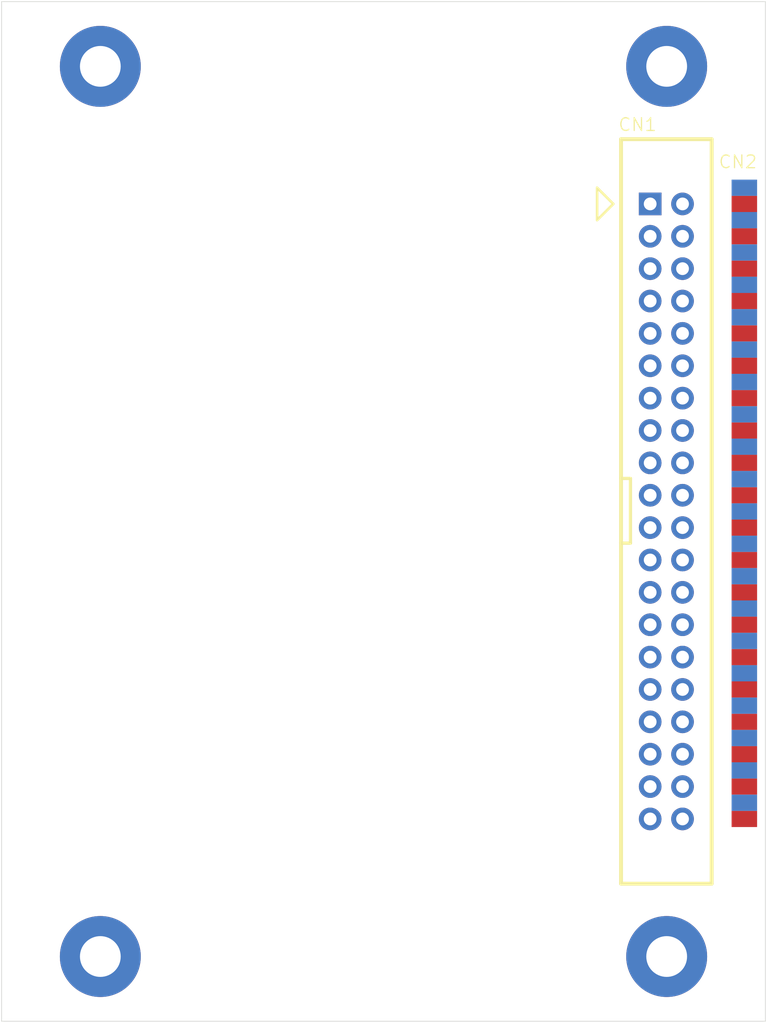
<source format=kicad_pcb>
(kicad_pcb (version 20240108) (generator "pcbnew") (generator_version "8.0")
  (layers (0 "F.Cu" signal "Top Layer") (31 "B.Cu" signal "Bottom Layer") (34 "B.Paste" user "Bottom Paste") (35 "F.Paste" user "Top Paste") (36 "B.SilkS" user "Bottom Overlay") (37 "F.SilkS" user "Top Overlay") (38 "B.Mask" user "Bottom Solder") (39 "F.Mask" user "Top Solder") (44 "Edge.Cuts" user))
  (property "ADDRESS1" "L3, 12a Rodborough Rd")
  (property "ADDRESS2" "Frenchs Forest")
  (property "ADDRESS3" "NSW")
  (property "ADDRESS4" "Australia 2086")
  (property "DOCUMENTNUMBER" "")
  (property "ORGANIZATION" "Altium Limited")
  (property "SHEETTOTAL" "")
  (net 0 "")
  (net 1 "/A6")
  (net 2 "/{slash}BUSAK")
  (net 3 "/D0")
  (net 4 "/{slash}MREQ")
  (net 5 "/{slash}HALT")
  (net 6 "/{slash}RESET")
  (net 7 "/{slash}BUSRQ")
  (net 8 "/A12")
  (net 9 "/A9")
  (net 10 "/A10")
  (net 11 "/A8")
  (net 12 "/{slash}INT")
  (net 13 "/{slash}RFSH")
  (net 14 "/D1")
  (net 15 "/{slash}RD")
  (net 16 "/A4")
  (net 17 "/{slash}WAIT")
  (net 18 "/D6")
  (net 19 "/A1")
  (net 20 "/D7")
  (net 21 "+5V")
  (net 22 "/A7")
  (net 23 "/{slash}IORQ")
  (net 24 "/A15")
  (net 25 "/CLK")
  (net 26 "/A2")
  (net 27 "/D2")
  (net 28 "/{slash}NMI")
  (net 29 "/A0")
  (net 30 "/{slash}M1")
  (net 31 "/A11")
  (net 32 "/D5")
  (net 33 "/A13")
  (net 34 "/D3")
  (net 35 "/A14")
  (net 36 "/A5")
  (net 37 "/D4")
  (net 38 "/A3")
  (net 39 "GND")
  (net 40 "/{slash}WR")
  (footprint "SC_footprint:EDGE40" (layer "F.Cu") (at 176.8221 79.6036)
    (property "Reference" "CN2" (at -0.508 -2.032 0) (layer "F.SilkS") (effects (font (thickness 0.1))))
    (property "Value" "40 WAY EDGE" (hide yes))
    (pad "1" smd rect (at 0 0) (size 2 1.27) (layers "B.Cu" "B.Paste" "B.Mask") (net 31 "/A11"))
    (pad "2" smd rect (at 0 1.27) (size 2 1.27) (layers "F.Cu" "F.Paste" "F.Mask") (net 10 "/A10"))
    (pad "3" smd rect (at 0 2.54) (size 2 1.27) (layers "B.Cu" "B.Paste" "B.Mask") (net 8 "/A12"))
    (pad "4" smd rect (at 0 3.81) (size 2 1.27) (layers "F.Cu" "F.Paste" "F.Mask") (net 9 "/A9"))
    (pad "5" smd rect (at 0 5.08) (size 2 1.27) (layers "B.Cu" "B.Paste" "B.Mask") (net 33 "/A13"))
    (pad "6" smd rect (at 0 6.35) (size 2 1.27) (layers "F.Cu" "F.Paste" "F.Mask") (net 11 "/A8"))
    (pad "7" smd rect (at 0 7.62) (size 2 1.27) (layers "B.Cu" "B.Paste" "B.Mask") (net 35 "/A14"))
    (pad "8" smd rect (at 0 8.89) (size 2 1.27) (layers "F.Cu" "F.Paste" "F.Mask") (net 22 "/A7"))
    (pad "9" smd rect (at 0 10.16) (size 2 1.27) (layers "B.Cu" "B.Paste" "B.Mask") (net 24 "/A15"))
    (pad "10" smd rect (at 0 11.43) (size 2 1.27) (layers "F.Cu" "F.Paste" "F.Mask") (net 1 "/A6"))
    (pad "11" smd rect (at 0 12.7) (size 2 1.27) (layers "B.Cu" "B.Paste" "B.Mask") (net 25 "/CLK"))
    (pad "12" smd rect (at 0 13.97) (size 2 1.27) (layers "F.Cu" "F.Paste" "F.Mask") (net 36 "/A5"))
    (pad "13" smd rect (at 0 15.24) (size 2 1.27) (layers "B.Cu" "B.Paste" "B.Mask") (net 37 "/D4"))
    (pad "14" smd rect (at 0 16.51) (size 2 1.27) (layers "F.Cu" "F.Paste" "F.Mask") (net 16 "/A4"))
    (pad "15" smd rect (at 0 17.78) (size 2 1.27) (layers "B.Cu" "B.Paste" "B.Mask") (net 34 "/D3"))
    (pad "16" smd rect (at 0 19.05) (size 2 1.27) (layers "F.Cu" "F.Paste" "F.Mask") (net 38 "/A3"))
    (pad "17" smd rect (at 0 20.32) (size 2 1.27) (layers "B.Cu" "B.Paste" "B.Mask") (net 32 "/D5"))
    (pad "18" smd rect (at 0 21.59) (size 2 1.27) (layers "F.Cu" "F.Paste" "F.Mask") (net 26 "/A2"))
    (pad "19" smd rect (at 0 22.86) (size 2 1.27) (layers "B.Cu" "B.Paste" "B.Mask") (net 18 "/D6"))
    (pad "20" smd rect (at 0 24.13) (size 2 1.27) (layers "F.Cu" "F.Paste" "F.Mask") (net 19 "/A1"))
    (pad "21" smd rect (at 0 25.4) (size 2 1.27) (layers "B.Cu" "B.Paste" "B.Mask") (net 21 "+5V"))
    (pad "22" smd rect (at 0 26.67) (size 2 1.27) (layers "F.Cu" "F.Paste" "F.Mask") (net 29 "/A0"))
    (pad "23" smd rect (at 0 27.94) (size 2 1.27) (layers "B.Cu" "B.Paste" "B.Mask") (net 27 "/D2"))
    (pad "24" smd rect (at 0 29.21) (size 2 1.27) (layers "F.Cu" "F.Paste" "F.Mask") (net 39 "GND"))
    (pad "25" smd rect (at 0 30.48) (size 2 1.27) (layers "B.Cu" "B.Paste" "B.Mask") (net 20 "/D7"))
    (pad "26" smd rect (at 0 31.75) (size 2 1.27) (layers "F.Cu" "F.Paste" "F.Mask") (net 13 "/{slash}RFSH"))
    (pad "27" smd rect (at 0 33.02) (size 2 1.27) (layers "B.Cu" "B.Paste" "B.Mask") (net 3 "/D0"))
    (pad "28" smd rect (at 0 34.29) (size 2 1.27) (layers "F.Cu" "F.Paste" "F.Mask") (net 30 "/{slash}M1"))
    (pad "29" smd rect (at 0 35.56) (size 2 1.27) (layers "B.Cu" "B.Paste" "B.Mask") (net 14 "/D1"))
    (pad "30" smd rect (at 0 36.83) (size 2 1.27) (layers "F.Cu" "F.Paste" "F.Mask") (net 6 "/{slash}RESET"))
    (pad "31" smd rect (at 0 38.1) (size 2 1.27) (layers "B.Cu" "B.Paste" "B.Mask") (net 12 "/{slash}INT"))
    (pad "32" smd rect (at 0 39.37) (size 2 1.27) (layers "F.Cu" "F.Paste" "F.Mask") (net 7 "/{slash}BUSRQ"))
    (pad "33" smd rect (at 0 40.64) (size 2 1.27) (layers "B.Cu" "B.Paste" "B.Mask") (net 28 "/{slash}NMI"))
    (pad "34" smd rect (at 0 41.91) (size 2 1.27) (layers "F.Cu" "F.Paste" "F.Mask") (net 17 "/{slash}WAIT"))
    (pad "35" smd rect (at 0 43.18) (size 2 1.27) (layers "B.Cu" "B.Paste" "B.Mask") (net 5 "/{slash}HALT"))
    (pad "36" smd rect (at 0 44.45) (size 2 1.27) (layers "F.Cu" "F.Paste" "F.Mask") (net 2 "/{slash}BUSAK"))
    (pad "37" smd rect (at 0 45.72) (size 2 1.27) (layers "B.Cu" "B.Paste" "B.Mask") (net 4 "/{slash}MREQ"))
    (pad "38" smd rect (at 0 46.99) (size 2 1.27) (layers "F.Cu" "F.Paste" "F.Mask") (net 40 "/{slash}WR"))
    (pad "39" smd rect (at 0 48.26) (size 2 1.27) (layers "B.Cu" "B.Paste" "B.Mask") (net 23 "/{slash}IORQ"))
    (pad "40" smd rect (at 0 49.53) (size 2 1.27) (layers "F.Cu" "F.Paste" "F.Mask") (net 15 "/{slash}RD"))
  )
  (footprint "SC_footprint:IDC40" (layer "F.Cu") (at 169.4561 80.8736)
    (property "Reference" "CN1" (at -1.016 -6.223 0) (layer "F.SilkS") (effects (font (thickness 0.1))))
    (property "Value" "40 WAY BOX HEADER" (hide yes))
    (fp_line (start -4.191 -1.27) (end -2.921 0) (stroke (width 0.2032)) (layer "F.SilkS"))
    (fp_line (start -4.191 1.27) (end -4.191 -1.27) (stroke (width 0.2032)) (layer "F.SilkS"))
    (fp_line (start -4.191 1.27) (end -2.921 0) (stroke (width 0.2032)) (layer "F.SilkS"))
    (fp_line (start -2.3368 21.5392) (end -1.5748 21.5392) (stroke (width 0.254)) (layer "F.SilkS"))
    (fp_line (start -2.3368 26.6192) (end -1.5748 26.6192) (stroke (width 0.254)) (layer "F.SilkS"))
    (fp_line (start -2.3114 -5.08) (end 4.8006 -5.08) (stroke (width 0.3048)) (layer "F.SilkS"))
    (fp_line (start -2.3114 53.34) (end -2.3114 -5.08) (stroke (width 0.3048)) (layer "F.SilkS"))
    (fp_line (start -2.3114 53.34) (end 4.8006 53.34) (stroke (width 0.3048)) (layer "F.SilkS"))
    (fp_line (start -1.5748 26.6192) (end -1.5748 21.5392) (stroke (width 0.254)) (layer "F.SilkS"))
    (fp_line (start 4.8006 53.34) (end 4.8006 -5.08) (stroke (width 0.3048)) (layer "F.SilkS"))
    (pad "1" thru_hole rect (at -0.0254 0 180) (size 1.778 1.778) (drill 1) (layers "*.Cu" "*.Mask") (net 31 "/A11"))
    (pad "2" thru_hole circle (at 2.5146 0 180) (size 1.778 1.778) (drill 1) (layers "*.Cu" "*.Mask") (net 10 "/A10"))
    (pad "3" thru_hole circle (at -0.0254 2.54 180) (size 1.778 1.778) (drill 1) (layers "*.Cu" "*.Mask") (net 8 "/A12"))
    (pad "4" thru_hole circle (at 2.5146 2.54 180) (size 1.778 1.778) (drill 1) (layers "*.Cu" "*.Mask") (net 9 "/A9"))
    (pad "5" thru_hole circle (at -0.0254 5.08 180) (size 1.778 1.778) (drill 1) (layers "*.Cu" "*.Mask") (net 33 "/A13"))
    (pad "6" thru_hole circle (at 2.5146 5.08 180) (size 1.778 1.778) (drill 1) (layers "*.Cu" "*.Mask") (net 11 "/A8"))
    (pad "7" thru_hole circle (at -0.0254 7.62 180) (size 1.778 1.778) (drill 1) (layers "*.Cu" "*.Mask") (net 35 "/A14"))
    (pad "8" thru_hole circle (at 2.5146 7.62 180) (size 1.778 1.778) (drill 1) (layers "*.Cu" "*.Mask") (net 22 "/A7"))
    (pad "9" thru_hole circle (at -0.0254 10.16 180) (size 1.778 1.778) (drill 1) (layers "*.Cu" "*.Mask") (net 24 "/A15"))
    (pad "10" thru_hole circle (at 2.5146 10.16 180) (size 1.778 1.778) (drill 1) (layers "*.Cu" "*.Mask") (net 1 "/A6"))
    (pad "11" thru_hole circle (at -0.0254 12.7 180) (size 1.778 1.778) (drill 1) (layers "*.Cu" "*.Mask") (net 25 "/CLK"))
    (pad "12" thru_hole circle (at 2.5146 12.7 180) (size 1.778 1.778) (drill 1) (layers "*.Cu" "*.Mask") (net 36 "/A5"))
    (pad "13" thru_hole circle (at -0.0254 15.24 180) (size 1.778 1.778) (drill 1) (layers "*.Cu" "*.Mask") (net 37 "/D4"))
    (pad "14" thru_hole circle (at 2.5146 15.24 180) (size 1.778 1.778) (drill 1) (layers "*.Cu" "*.Mask") (net 16 "/A4"))
    (pad "15" thru_hole circle (at -0.0254 17.78 180) (size 1.778 1.778) (drill 1) (layers "*.Cu" "*.Mask") (net 34 "/D3"))
    (pad "16" thru_hole circle (at 2.5146 17.78 180) (size 1.778 1.778) (drill 1) (layers "*.Cu" "*.Mask") (net 38 "/A3"))
    (pad "17" thru_hole circle (at -0.0254 20.32 180) (size 1.778 1.778) (drill 1) (layers "*.Cu" "*.Mask") (net 32 "/D5"))
    (pad "18" thru_hole circle (at 2.5146 20.32 180) (size 1.778 1.778) (drill 1) (layers "*.Cu" "*.Mask") (net 26 "/A2"))
    (pad "19" thru_hole circle (at -0.0254 22.86 180) (size 1.778 1.778) (drill 1) (layers "*.Cu" "*.Mask") (net 18 "/D6"))
    (pad "20" thru_hole circle (at 2.5146 22.86 180) (size 1.778 1.778) (drill 1) (layers "*.Cu" "*.Mask") (net 19 "/A1"))
    (pad "21" thru_hole circle (at -0.0254 25.4 180) (size 1.778 1.778) (drill 1) (layers "*.Cu" "*.Mask") (net 21 "+5V"))
    (pad "22" thru_hole circle (at 2.5146 25.4 180) (size 1.778 1.778) (drill 1) (layers "*.Cu" "*.Mask") (net 29 "/A0"))
    (pad "23" thru_hole circle (at -0.0254 27.94 180) (size 1.778 1.778) (drill 1) (layers "*.Cu" "*.Mask") (net 27 "/D2"))
    (pad "24" thru_hole circle (at 2.5146 27.94 180) (size 1.778 1.778) (drill 1) (layers "*.Cu" "*.Mask") (net 39 "GND"))
    (pad "25" thru_hole circle (at -0.0254 30.48 180) (size 1.778 1.778) (drill 1) (layers "*.Cu" "*.Mask") (net 20 "/D7"))
    (pad "26" thru_hole circle (at 2.5146 30.48 180) (size 1.778 1.778) (drill 1) (layers "*.Cu" "*.Mask") (net 13 "/{slash}RFSH"))
    (pad "27" thru_hole circle (at -0.0254 33.02 180) (size 1.778 1.778) (drill 1) (layers "*.Cu" "*.Mask") (net 3 "/D0"))
    (pad "28" thru_hole circle (at 2.5146 33.02 180) (size 1.778 1.778) (drill 1) (layers "*.Cu" "*.Mask") (net 30 "/{slash}M1"))
    (pad "29" thru_hole circle (at -0.0254 35.56 180) (size 1.778 1.778) (drill 1) (layers "*.Cu" "*.Mask") (net 14 "/D1"))
    (pad "30" thru_hole circle (at 2.5146 35.56 180) (size 1.778 1.778) (drill 1) (layers "*.Cu" "*.Mask") (net 6 "/{slash}RESET"))
    (pad "31" thru_hole circle (at -0.0254 38.1 180) (size 1.778 1.778) (drill 1) (layers "*.Cu" "*.Mask") (net 12 "/{slash}INT"))
    (pad "32" thru_hole circle (at 2.5146 38.1 180) (size 1.778 1.778) (drill 1) (layers "*.Cu" "*.Mask") (net 7 "/{slash}BUSRQ"))
    (pad "33" thru_hole circle (at -0.0254 40.64 180) (size 1.778 1.778) (drill 1) (layers "*.Cu" "*.Mask") (net 28 "/{slash}NMI"))
    (pad "34" thru_hole circle (at 2.5146 40.64 180) (size 1.778 1.778) (drill 1) (layers "*.Cu" "*.Mask") (net 17 "/{slash}WAIT"))
    (pad "35" thru_hole circle (at -0.0254 43.18 180) (size 1.778 1.778) (drill 1) (layers "*.Cu" "*.Mask") (net 5 "/{slash}HALT"))
    (pad "36" thru_hole circle (at 2.5146 43.18 180) (size 1.778 1.778) (drill 1) (layers "*.Cu" "*.Mask") (net 2 "/{slash}BUSAK"))
    (pad "37" thru_hole circle (at -0.0254 45.72 180) (size 1.778 1.778) (drill 1) (layers "*.Cu" "*.Mask") (net 4 "/{slash}MREQ"))
    (pad "38" thru_hole circle (at 2.5146 45.72 180) (size 1.778 1.778) (drill 1) (layers "*.Cu" "*.Mask") (net 40 "/{slash}WR"))
    (pad "39" thru_hole circle (at -0.0254 48.26 180) (size 1.778 1.778) (drill 1) (layers "*.Cu" "*.Mask") (net 23 "/{slash}IORQ"))
    (pad "40" thru_hole circle (at 2.5146 48.26 180) (size 1.778 1.778) (drill 1) (layers "*.Cu" "*.Mask") (net 15 "/{slash}RD"))
  )
  (footprint "" (layer "F.Cu") (at 170.7261 70.0786)
    (property "Reference" "" (at 0 0 0) (layer "F.SilkS") (effects (font (size 1.27 1.27))))
    (property "Value" "")
    (pad "0" thru_hole circle (at 0 0) (size 6.35 6.35) (drill 3.2) (layers "*.Cu" "*.Mask"))
  )
  (footprint "" (layer "F.Cu") (at 126.2761 139.9286)
    (property "Reference" "" (at 0 0 0) (layer "F.SilkS") (effects (font (size 1.27 1.27))))
    (property "Value" "")
    (pad "0" thru_hole circle (at 0 0 180) (size 6.35 6.35) (drill 3.2) (layers "*.Cu" "*.Mask"))
  )
  (footprint "" (layer "F.Cu") (at 126.2761 70.0786)
    (property "Reference" "" (at 0 0 0) (layer "F.SilkS") (effects (font (size 1.27 1.27))))
    (property "Value" "")
    (pad "0" thru_hole circle (at 0 0 180) (size 6.35 6.35) (drill 3.2) (layers "*.Cu" "*.Mask"))
  )
  (footprint "" (layer "F.Cu") (at 170.7261 139.9286)
    (property "Reference" "" (at 0 0 0) (layer "F.SilkS") (effects (font (size 1.27 1.27))))
    (property "Value" "")
    (pad "0" thru_hole circle (at 0 0) (size 6.35 6.35) (drill 3.2) (layers "*.Cu" "*.Mask"))
  )
  (gr_line (start 178.4731 145.0086) (end 118.5291 145.0086) (stroke (width 0.05)) (layer "Edge.Cuts"))
  (gr_line (start 178.4731 64.9986) (end 178.4731 145.0086) (stroke (width 0.05)) (layer "Edge.Cuts"))
  (gr_line (start 118.5291 64.9986) (end 178.4731 64.9986) (stroke (width 0.05)) (layer "Edge.Cuts"))
  (gr_line (start 118.5291 145.0086) (end 118.5291 64.9986) (stroke (width 0.05)) (layer "Edge.Cuts"))
)
</source>
